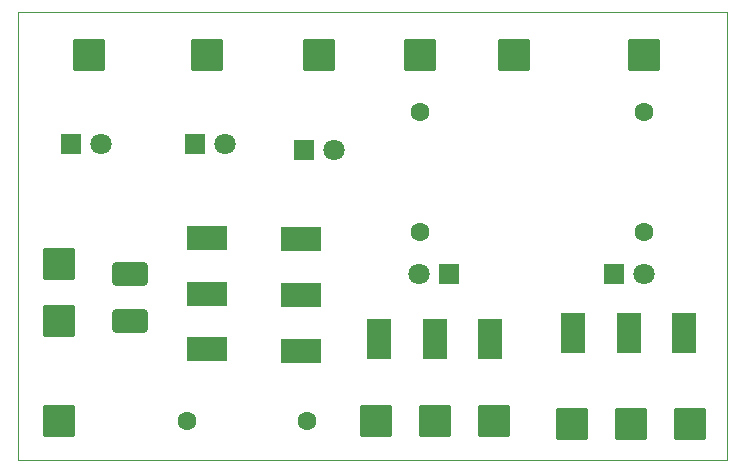
<source format=gbr>
%TF.GenerationSoftware,KiCad,Pcbnew,9.0.6*%
%TF.CreationDate,2025-11-23T16:41:02+00:00*%
%TF.ProjectId,PCB Design,50434220-4465-4736-9967-6e2e6b696361,rev?*%
%TF.SameCoordinates,Original*%
%TF.FileFunction,Copper,L1,Top*%
%TF.FilePolarity,Positive*%
%FSLAX46Y46*%
G04 Gerber Fmt 4.6, Leading zero omitted, Abs format (unit mm)*
G04 Created by KiCad (PCBNEW 9.0.6) date 2025-11-23 16:41:02*
%MOMM*%
%LPD*%
G01*
G04 APERTURE LIST*
G04 Aperture macros list*
%AMRoundRect*
0 Rectangle with rounded corners*
0 $1 Rounding radius*
0 $2 $3 $4 $5 $6 $7 $8 $9 X,Y pos of 4 corners*
0 Add a 4 corners polygon primitive as box body*
4,1,4,$2,$3,$4,$5,$6,$7,$8,$9,$2,$3,0*
0 Add four circle primitives for the rounded corners*
1,1,$1+$1,$2,$3*
1,1,$1+$1,$4,$5*
1,1,$1+$1,$6,$7*
1,1,$1+$1,$8,$9*
0 Add four rect primitives between the rounded corners*
20,1,$1+$1,$2,$3,$4,$5,0*
20,1,$1+$1,$4,$5,$6,$7,0*
20,1,$1+$1,$6,$7,$8,$9,0*
20,1,$1+$1,$8,$9,$2,$3,0*%
G04 Aperture macros list end*
%TA.AperFunction,ComponentPad*%
%ADD10R,2.000000X3.500000*%
%TD*%
%TA.AperFunction,ComponentPad*%
%ADD11RoundRect,0.250000X-1.125000X-1.125000X1.125000X-1.125000X1.125000X1.125000X-1.125000X1.125000X0*%
%TD*%
%TA.AperFunction,ComponentPad*%
%ADD12RoundRect,0.250000X1.125000X1.125000X-1.125000X1.125000X-1.125000X-1.125000X1.125000X-1.125000X0*%
%TD*%
%TA.AperFunction,ComponentPad*%
%ADD13R,1.800000X1.800000*%
%TD*%
%TA.AperFunction,ComponentPad*%
%ADD14C,1.800000*%
%TD*%
%TA.AperFunction,ComponentPad*%
%ADD15R,3.500000X2.000000*%
%TD*%
%TA.AperFunction,ComponentPad*%
%ADD16C,1.600000*%
%TD*%
%TA.AperFunction,ComponentPad*%
%ADD17RoundRect,0.300000X-1.200000X-0.700000X1.200000X-0.700000X1.200000X0.700000X-1.200000X0.700000X0*%
%TD*%
%TA.AperFunction,Profile*%
%ADD18C,0.050000*%
%TD*%
G04 APERTURE END LIST*
D10*
%TO.P,SW3,1,A*%
%TO.N,Net-(J8-Pin_1)*%
X122000000Y-85000000D03*
%TO.P,SW3,2,B*%
%TO.N,Net-(J5-Pin_1)*%
X117300000Y-85000000D03*
%TO.P,SW3,3,C*%
%TO.N,Net-(J13-Pin_1)*%
X112600000Y-85000000D03*
%TD*%
D11*
%TO.P,J10,1,Pin_1*%
%TO.N,Net-(J10-Pin_1)*%
X135000000Y-61000000D03*
%TD*%
D12*
%TO.P,J12,1,Pin_1*%
%TO.N,Net-(J12-Pin_1)*%
X128900000Y-92200000D03*
%TD*%
D11*
%TO.P,J14,1,Pin_1*%
%TO.N,Net-(J14-Pin_1)*%
X85500000Y-78690000D03*
%TD*%
D12*
%TO.P,J7,1,Pin_1*%
%TO.N,Net-(J7-Pin_1)*%
X138900000Y-92200000D03*
%TD*%
D13*
%TO.P,D1,1,K*%
%TO.N,Net-(D1-K)*%
X106230000Y-69000000D03*
D14*
%TO.P,D1,2,A*%
%TO.N,Net-(D1-A)*%
X108770000Y-69000000D03*
%TD*%
D15*
%TO.P,SW1,1,A*%
%TO.N,Net-(SW1-A)*%
X106000000Y-86000000D03*
%TO.P,SW1,2,B*%
%TO.N,Net-(SW1-B)*%
X106000000Y-81300000D03*
%TO.P,SW1,3,C*%
%TO.N,Net-(D1-A)*%
X106000000Y-76600000D03*
%TD*%
D13*
%TO.P,D4,1,K*%
%TO.N,Net-(D4-K)*%
X132500000Y-79500000D03*
D14*
%TO.P,D4,2,A*%
%TO.N,Net-(D4-A)*%
X135040000Y-79500000D03*
%TD*%
D11*
%TO.P,J15,1,Pin_1*%
%TO.N,Net-(J15-Pin_1)*%
X85500000Y-83500000D03*
%TD*%
D12*
%TO.P,J6,1,Pin_1*%
%TO.N,Net-(J6-Pin_1)*%
X133900000Y-92200000D03*
%TD*%
D11*
%TO.P,J8,1,Pin_1*%
%TO.N,Net-(J8-Pin_1)*%
X122300000Y-92000000D03*
%TD*%
%TO.P,J1,1,Pin_1*%
%TO.N,Net-(J1-Pin_1)*%
X85500000Y-92000000D03*
%TD*%
D13*
%TO.P,D3,1,K*%
%TO.N,Net-(D3-K)*%
X86460000Y-68500000D03*
D14*
%TO.P,D3,2,A*%
%TO.N,Net-(D3-A)*%
X89000000Y-68500000D03*
%TD*%
D11*
%TO.P,J5,1,Pin_1*%
%TO.N,Net-(J5-Pin_1)*%
X117300000Y-92000000D03*
%TD*%
D16*
%TO.P,R2,1*%
%TO.N,Net-(D4-A)*%
X135000000Y-76000000D03*
%TO.P,R2,2*%
%TO.N,Net-(J10-Pin_1)*%
X135000000Y-65840000D03*
%TD*%
D15*
%TO.P,SW2,1,A*%
%TO.N,Net-(D3-A)*%
X98000000Y-85900000D03*
%TO.P,SW2,2,B*%
%TO.N,Net-(SW1-A)*%
X98000000Y-81200000D03*
%TO.P,SW2,3,C*%
%TO.N,Net-(D2-A)*%
X98000000Y-76500000D03*
%TD*%
D10*
%TO.P,SW4,1,A*%
%TO.N,Net-(J7-Pin_1)*%
X138400000Y-84500000D03*
%TO.P,SW4,2,B*%
%TO.N,Net-(J6-Pin_1)*%
X133700000Y-84500000D03*
%TO.P,SW4,3,C*%
%TO.N,Net-(J12-Pin_1)*%
X129000000Y-84500000D03*
%TD*%
D11*
%TO.P,J3,1,Pin_1*%
%TO.N,Net-(D2-K)*%
X98000000Y-61000000D03*
%TD*%
%TO.P,J13,1,Pin_1*%
%TO.N,Net-(J13-Pin_1)*%
X112300000Y-92000000D03*
%TD*%
D17*
%TO.P,SW5,1,1*%
%TO.N,Net-(J14-Pin_1)*%
X91500000Y-79500000D03*
%TO.P,SW5,2,2*%
%TO.N,Net-(J15-Pin_1)*%
X91500000Y-83500000D03*
%TD*%
D11*
%TO.P,J4,1,Pin_1*%
%TO.N,Net-(D3-K)*%
X88000000Y-61000000D03*
%TD*%
%TO.P,J2,1,Pin_1*%
%TO.N,Net-(D1-K)*%
X107500000Y-61000000D03*
%TD*%
D13*
%TO.P,D2,1,K*%
%TO.N,Net-(D2-K)*%
X96960000Y-68500000D03*
D14*
%TO.P,D2,2,A*%
%TO.N,Net-(D2-A)*%
X99500000Y-68500000D03*
%TD*%
D11*
%TO.P,J9,1,Pin_1*%
%TO.N,Net-(J9-Pin_1)*%
X116000000Y-61000000D03*
%TD*%
%TO.P,J11,1,Pin_1*%
%TO.N,Net-(D4-K)*%
X124000000Y-61000000D03*
%TD*%
D16*
%TO.P,R3,1*%
%TO.N,Net-(D5-A)*%
X116000000Y-76000000D03*
%TO.P,R3,2*%
%TO.N,Net-(J9-Pin_1)*%
X116000000Y-65840000D03*
%TD*%
%TO.P,R1,1*%
%TO.N,Net-(J1-Pin_1)*%
X96340000Y-92000000D03*
%TO.P,R1,2*%
%TO.N,Net-(SW1-B)*%
X106500000Y-92000000D03*
%TD*%
D13*
%TO.P,D5,1,K*%
%TO.N,Net-(D4-K)*%
X118500000Y-79500000D03*
D14*
%TO.P,D5,2,A*%
%TO.N,Net-(D5-A)*%
X115960000Y-79500000D03*
%TD*%
D18*
X82000000Y-57310000D02*
X142000000Y-57310000D01*
X142000000Y-95310000D01*
X82000000Y-95310000D01*
X82000000Y-57310000D01*
M02*

</source>
